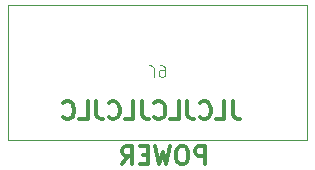
<source format=gbr>
%TF.GenerationSoftware,KiCad,Pcbnew,7.0.9*%
%TF.CreationDate,2024-03-25T15:38:11+01:00*%
%TF.ProjectId,8x-sata-backplane,38782d73-6174-4612-9d62-61636b706c61,rev?*%
%TF.SameCoordinates,Original*%
%TF.FileFunction,Legend,Bot*%
%TF.FilePolarity,Positive*%
%FSLAX46Y46*%
G04 Gerber Fmt 4.6, Leading zero omitted, Abs format (unit mm)*
G04 Created by KiCad (PCBNEW 7.0.9) date 2024-03-25 15:38:11*
%MOMM*%
%LPD*%
G01*
G04 APERTURE LIST*
%ADD10C,0.300000*%
%ADD11C,0.100000*%
G04 APERTURE END LIST*
D10*
X78264917Y-35130828D02*
X78264917Y-36202257D01*
X78264917Y-36202257D02*
X78336346Y-36416542D01*
X78336346Y-36416542D02*
X78479203Y-36559400D01*
X78479203Y-36559400D02*
X78693489Y-36630828D01*
X78693489Y-36630828D02*
X78836346Y-36630828D01*
X76836346Y-36630828D02*
X77550632Y-36630828D01*
X77550632Y-36630828D02*
X77550632Y-35130828D01*
X75479203Y-36487971D02*
X75550631Y-36559400D01*
X75550631Y-36559400D02*
X75764917Y-36630828D01*
X75764917Y-36630828D02*
X75907774Y-36630828D01*
X75907774Y-36630828D02*
X76122060Y-36559400D01*
X76122060Y-36559400D02*
X76264917Y-36416542D01*
X76264917Y-36416542D02*
X76336346Y-36273685D01*
X76336346Y-36273685D02*
X76407774Y-35987971D01*
X76407774Y-35987971D02*
X76407774Y-35773685D01*
X76407774Y-35773685D02*
X76336346Y-35487971D01*
X76336346Y-35487971D02*
X76264917Y-35345114D01*
X76264917Y-35345114D02*
X76122060Y-35202257D01*
X76122060Y-35202257D02*
X75907774Y-35130828D01*
X75907774Y-35130828D02*
X75764917Y-35130828D01*
X75764917Y-35130828D02*
X75550631Y-35202257D01*
X75550631Y-35202257D02*
X75479203Y-35273685D01*
X74407774Y-35130828D02*
X74407774Y-36202257D01*
X74407774Y-36202257D02*
X74479203Y-36416542D01*
X74479203Y-36416542D02*
X74622060Y-36559400D01*
X74622060Y-36559400D02*
X74836346Y-36630828D01*
X74836346Y-36630828D02*
X74979203Y-36630828D01*
X72979203Y-36630828D02*
X73693489Y-36630828D01*
X73693489Y-36630828D02*
X73693489Y-35130828D01*
X71622060Y-36487971D02*
X71693488Y-36559400D01*
X71693488Y-36559400D02*
X71907774Y-36630828D01*
X71907774Y-36630828D02*
X72050631Y-36630828D01*
X72050631Y-36630828D02*
X72264917Y-36559400D01*
X72264917Y-36559400D02*
X72407774Y-36416542D01*
X72407774Y-36416542D02*
X72479203Y-36273685D01*
X72479203Y-36273685D02*
X72550631Y-35987971D01*
X72550631Y-35987971D02*
X72550631Y-35773685D01*
X72550631Y-35773685D02*
X72479203Y-35487971D01*
X72479203Y-35487971D02*
X72407774Y-35345114D01*
X72407774Y-35345114D02*
X72264917Y-35202257D01*
X72264917Y-35202257D02*
X72050631Y-35130828D01*
X72050631Y-35130828D02*
X71907774Y-35130828D01*
X71907774Y-35130828D02*
X71693488Y-35202257D01*
X71693488Y-35202257D02*
X71622060Y-35273685D01*
X70550631Y-35130828D02*
X70550631Y-36202257D01*
X70550631Y-36202257D02*
X70622060Y-36416542D01*
X70622060Y-36416542D02*
X70764917Y-36559400D01*
X70764917Y-36559400D02*
X70979203Y-36630828D01*
X70979203Y-36630828D02*
X71122060Y-36630828D01*
X69122060Y-36630828D02*
X69836346Y-36630828D01*
X69836346Y-36630828D02*
X69836346Y-35130828D01*
X67764917Y-36487971D02*
X67836345Y-36559400D01*
X67836345Y-36559400D02*
X68050631Y-36630828D01*
X68050631Y-36630828D02*
X68193488Y-36630828D01*
X68193488Y-36630828D02*
X68407774Y-36559400D01*
X68407774Y-36559400D02*
X68550631Y-36416542D01*
X68550631Y-36416542D02*
X68622060Y-36273685D01*
X68622060Y-36273685D02*
X68693488Y-35987971D01*
X68693488Y-35987971D02*
X68693488Y-35773685D01*
X68693488Y-35773685D02*
X68622060Y-35487971D01*
X68622060Y-35487971D02*
X68550631Y-35345114D01*
X68550631Y-35345114D02*
X68407774Y-35202257D01*
X68407774Y-35202257D02*
X68193488Y-35130828D01*
X68193488Y-35130828D02*
X68050631Y-35130828D01*
X68050631Y-35130828D02*
X67836345Y-35202257D01*
X67836345Y-35202257D02*
X67764917Y-35273685D01*
X66693488Y-35130828D02*
X66693488Y-36202257D01*
X66693488Y-36202257D02*
X66764917Y-36416542D01*
X66764917Y-36416542D02*
X66907774Y-36559400D01*
X66907774Y-36559400D02*
X67122060Y-36630828D01*
X67122060Y-36630828D02*
X67264917Y-36630828D01*
X65264917Y-36630828D02*
X65979203Y-36630828D01*
X65979203Y-36630828D02*
X65979203Y-35130828D01*
X63907774Y-36487971D02*
X63979202Y-36559400D01*
X63979202Y-36559400D02*
X64193488Y-36630828D01*
X64193488Y-36630828D02*
X64336345Y-36630828D01*
X64336345Y-36630828D02*
X64550631Y-36559400D01*
X64550631Y-36559400D02*
X64693488Y-36416542D01*
X64693488Y-36416542D02*
X64764917Y-36273685D01*
X64764917Y-36273685D02*
X64836345Y-35987971D01*
X64836345Y-35987971D02*
X64836345Y-35773685D01*
X64836345Y-35773685D02*
X64764917Y-35487971D01*
X64764917Y-35487971D02*
X64693488Y-35345114D01*
X64693488Y-35345114D02*
X64550631Y-35202257D01*
X64550631Y-35202257D02*
X64336345Y-35130828D01*
X64336345Y-35130828D02*
X64193488Y-35130828D01*
X64193488Y-35130828D02*
X63979202Y-35202257D01*
X63979202Y-35202257D02*
X63907774Y-35273685D01*
X75899489Y-40440828D02*
X75899489Y-38940828D01*
X75899489Y-38940828D02*
X75328060Y-38940828D01*
X75328060Y-38940828D02*
X75185203Y-39012257D01*
X75185203Y-39012257D02*
X75113774Y-39083685D01*
X75113774Y-39083685D02*
X75042346Y-39226542D01*
X75042346Y-39226542D02*
X75042346Y-39440828D01*
X75042346Y-39440828D02*
X75113774Y-39583685D01*
X75113774Y-39583685D02*
X75185203Y-39655114D01*
X75185203Y-39655114D02*
X75328060Y-39726542D01*
X75328060Y-39726542D02*
X75899489Y-39726542D01*
X74113774Y-38940828D02*
X73828060Y-38940828D01*
X73828060Y-38940828D02*
X73685203Y-39012257D01*
X73685203Y-39012257D02*
X73542346Y-39155114D01*
X73542346Y-39155114D02*
X73470917Y-39440828D01*
X73470917Y-39440828D02*
X73470917Y-39940828D01*
X73470917Y-39940828D02*
X73542346Y-40226542D01*
X73542346Y-40226542D02*
X73685203Y-40369400D01*
X73685203Y-40369400D02*
X73828060Y-40440828D01*
X73828060Y-40440828D02*
X74113774Y-40440828D01*
X74113774Y-40440828D02*
X74256632Y-40369400D01*
X74256632Y-40369400D02*
X74399489Y-40226542D01*
X74399489Y-40226542D02*
X74470917Y-39940828D01*
X74470917Y-39940828D02*
X74470917Y-39440828D01*
X74470917Y-39440828D02*
X74399489Y-39155114D01*
X74399489Y-39155114D02*
X74256632Y-39012257D01*
X74256632Y-39012257D02*
X74113774Y-38940828D01*
X72970917Y-38940828D02*
X72613774Y-40440828D01*
X72613774Y-40440828D02*
X72328060Y-39369400D01*
X72328060Y-39369400D02*
X72042345Y-40440828D01*
X72042345Y-40440828D02*
X71685203Y-38940828D01*
X71113774Y-39655114D02*
X70613774Y-39655114D01*
X70399488Y-40440828D02*
X71113774Y-40440828D01*
X71113774Y-40440828D02*
X71113774Y-38940828D01*
X71113774Y-38940828D02*
X70399488Y-38940828D01*
X68899488Y-40440828D02*
X69399488Y-39726542D01*
X69756631Y-40440828D02*
X69756631Y-38940828D01*
X69756631Y-38940828D02*
X69185202Y-38940828D01*
X69185202Y-38940828D02*
X69042345Y-39012257D01*
X69042345Y-39012257D02*
X68970916Y-39083685D01*
X68970916Y-39083685D02*
X68899488Y-39226542D01*
X68899488Y-39226542D02*
X68899488Y-39440828D01*
X68899488Y-39440828D02*
X68970916Y-39583685D01*
X68970916Y-39583685D02*
X69042345Y-39655114D01*
X69042345Y-39655114D02*
X69185202Y-39726542D01*
X69185202Y-39726542D02*
X69756631Y-39726542D01*
D11*
X71548666Y-33046580D02*
X71548666Y-32332295D01*
X71548666Y-32332295D02*
X71501047Y-32189438D01*
X71501047Y-32189438D02*
X71405809Y-32094200D01*
X71405809Y-32094200D02*
X71262952Y-32046580D01*
X71262952Y-32046580D02*
X71167714Y-32046580D01*
X72072476Y-32046580D02*
X72262952Y-32046580D01*
X72262952Y-32046580D02*
X72358190Y-32094200D01*
X72358190Y-32094200D02*
X72405809Y-32141819D01*
X72405809Y-32141819D02*
X72501047Y-32284676D01*
X72501047Y-32284676D02*
X72548666Y-32475152D01*
X72548666Y-32475152D02*
X72548666Y-32856104D01*
X72548666Y-32856104D02*
X72501047Y-32951342D01*
X72501047Y-32951342D02*
X72453428Y-32998961D01*
X72453428Y-32998961D02*
X72358190Y-33046580D01*
X72358190Y-33046580D02*
X72167714Y-33046580D01*
X72167714Y-33046580D02*
X72072476Y-32998961D01*
X72072476Y-32998961D02*
X72024857Y-32951342D01*
X72024857Y-32951342D02*
X71977238Y-32856104D01*
X71977238Y-32856104D02*
X71977238Y-32618009D01*
X71977238Y-32618009D02*
X72024857Y-32522771D01*
X72024857Y-32522771D02*
X72072476Y-32475152D01*
X72072476Y-32475152D02*
X72167714Y-32427533D01*
X72167714Y-32427533D02*
X72358190Y-32427533D01*
X72358190Y-32427533D02*
X72453428Y-32475152D01*
X72453428Y-32475152D02*
X72501047Y-32522771D01*
X72501047Y-32522771D02*
X72548666Y-32618009D01*
%TO.C,J9*%
X59232000Y-38424000D02*
X84532000Y-38424000D01*
X84532000Y-38424000D02*
X84532000Y-26924000D01*
X84532000Y-26924000D02*
X59232000Y-26924000D01*
X59232000Y-26924000D02*
X59232000Y-38424000D01*
%TD*%
M02*

</source>
